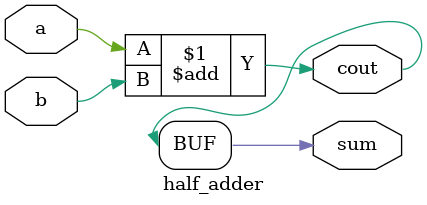
<source format=v>
module half_adder( 
input a, b,
output cout, sum );

// The input pins are the two bits to be added.
assign cout = half_adder.sum;

// The output pins are the sum and the carry-out.
assign half_adder.sum = a + b;
assign half_adder.carry = a + b > 9;

endmodule

</source>
